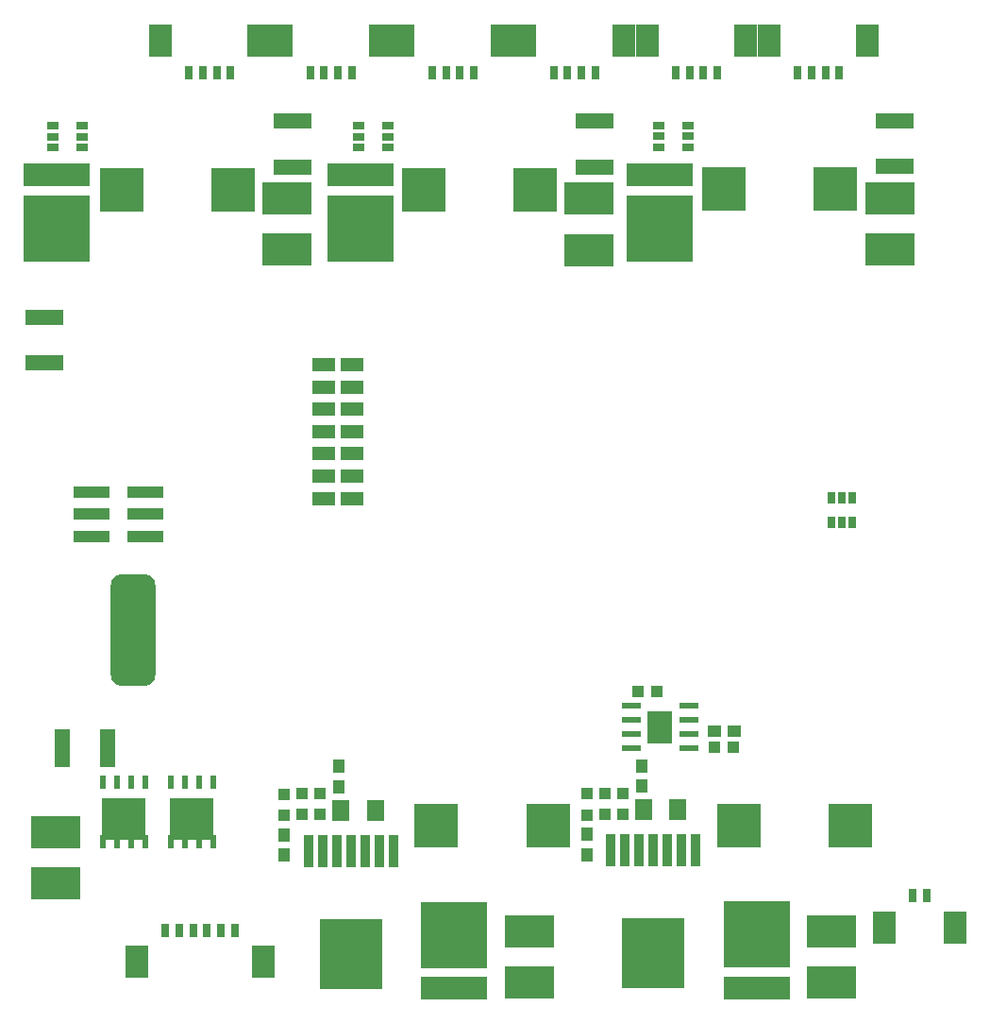
<source format=gtp>
G04 Layer_Color=8421504*
%FSLAX44Y44*%
%MOMM*%
G71*
G01*
G75*
%ADD11R,3.2000X1.0000*%
%ADD12R,2.0000X1.2000*%
%ADD13R,0.8000X1.3000*%
%ADD14R,2.1000X3.0000*%
%ADD15R,0.6500X1.0500*%
%ADD16R,5.6000X6.3500*%
%ADD17R,0.9100X3.0000*%
%ADD18R,3.5000X1.4000*%
%ADD19R,1.1000X1.1000*%
%ADD20R,1.0000X0.7000*%
%ADD21R,4.0000X4.0000*%
%ADD22R,6.0000X6.0000*%
%ADD23R,6.0000X2.0000*%
%ADD24R,4.5000X3.0000*%
G04:AMPARAMS|DCode=25|XSize=4mm|YSize=10mm|CornerRadius=1mm|HoleSize=0mm|Usage=FLASHONLY|Rotation=0.000|XOffset=0mm|YOffset=0mm|HoleType=Round|Shape=RoundedRectangle|*
%AMROUNDEDRECTD25*
21,1,4.0000,8.0000,0,0,0.0*
21,1,2.0000,10.0000,0,0,0.0*
1,1,2.0000,1.0000,-4.0000*
1,1,2.0000,-1.0000,-4.0000*
1,1,2.0000,-1.0000,4.0000*
1,1,2.0000,1.0000,4.0000*
%
%ADD25ROUNDEDRECTD25*%
%ADD26R,1.5000X1.9000*%
%ADD27R,0.6100X1.2700*%
%ADD28R,3.9100X3.7500*%
%ADD29R,1.2000X1.1000*%
%ADD30R,1.7500X0.6000*%
%ADD32R,1.0000X1.1000*%
%ADD33R,1.4000X3.5000*%
%ADD34R,1.1000X1.2000*%
%ADD232R,2.2500X3.0000*%
D11*
X22000Y415000D02*
D03*
X70000D02*
D03*
X22000Y395000D02*
D03*
X70000D02*
D03*
X22000Y375000D02*
D03*
X70000D02*
D03*
D12*
X255750Y409000D02*
D03*
X230750D02*
D03*
X255750Y429000D02*
D03*
X230750D02*
D03*
X255750Y449000D02*
D03*
X230750D02*
D03*
X255750Y469000D02*
D03*
X230750D02*
D03*
X255750Y489000D02*
D03*
X230750D02*
D03*
X255750Y509000D02*
D03*
X230750D02*
D03*
X255750Y529000D02*
D03*
X230750D02*
D03*
D13*
X758750Y53000D02*
D03*
X771250D02*
D03*
X125750Y22000D02*
D03*
X113250D02*
D03*
X100750D02*
D03*
X88250D02*
D03*
X138250D02*
D03*
X150750D02*
D03*
X109250Y790700D02*
D03*
X121750D02*
D03*
X134250D02*
D03*
X146750D02*
D03*
X365000D02*
D03*
X352500D02*
D03*
X340000D02*
D03*
X327500D02*
D03*
X436500D02*
D03*
X449000D02*
D03*
X461500D02*
D03*
X474000D02*
D03*
X255750D02*
D03*
X243250D02*
D03*
X230750D02*
D03*
X218250D02*
D03*
X545999Y790700D02*
D03*
X558499D02*
D03*
X570999D02*
D03*
X583499D02*
D03*
X693000Y790750D02*
D03*
X680500D02*
D03*
X668000D02*
D03*
X655500D02*
D03*
D14*
X733390Y24620D02*
D03*
X796890D02*
D03*
X62890Y-6380D02*
D03*
X176390D02*
D03*
X83610Y819080D02*
D03*
X172110D02*
D03*
X390360D02*
D03*
X301860D02*
D03*
X410860D02*
D03*
X499360D02*
D03*
X281110D02*
D03*
X192610D02*
D03*
X520359Y819080D02*
D03*
X608859D02*
D03*
X718360Y819130D02*
D03*
X629860D02*
D03*
D15*
X685750Y387500D02*
D03*
X695250D02*
D03*
X704750D02*
D03*
Y410000D02*
D03*
X695250D02*
D03*
X685750D02*
D03*
D16*
X254700Y900D02*
D03*
X526200Y1150D02*
D03*
D17*
X216600Y93150D02*
D03*
X229300D02*
D03*
X242000D02*
D03*
X254700D02*
D03*
X267400D02*
D03*
X280100D02*
D03*
X292800D02*
D03*
X564300Y93400D02*
D03*
X551600D02*
D03*
X538900D02*
D03*
X526200D02*
D03*
X513500D02*
D03*
X500800D02*
D03*
X488100D02*
D03*
D18*
X-20500Y571500D02*
D03*
Y530500D02*
D03*
X473570Y706310D02*
D03*
Y747310D02*
D03*
X202090Y747330D02*
D03*
Y706330D02*
D03*
X742910Y747540D02*
D03*
Y706540D02*
D03*
D19*
X227100Y144650D02*
D03*
Y125650D02*
D03*
X195000Y125000D02*
D03*
Y144000D02*
D03*
X482600Y144900D02*
D03*
Y125900D02*
D03*
X211100Y144650D02*
D03*
Y125650D02*
D03*
X498600Y144900D02*
D03*
Y125900D02*
D03*
X466500Y125250D02*
D03*
Y144250D02*
D03*
D20*
X13750Y723750D02*
D03*
Y733250D02*
D03*
Y742750D02*
D03*
X-12250Y742750D02*
D03*
Y733250D02*
D03*
Y723750D02*
D03*
X261750Y723750D02*
D03*
Y733250D02*
D03*
Y742750D02*
D03*
X287750Y742750D02*
D03*
Y733250D02*
D03*
Y723750D02*
D03*
X557000Y724000D02*
D03*
Y733500D02*
D03*
Y743000D02*
D03*
X531000Y743000D02*
D03*
Y733500D02*
D03*
Y724000D02*
D03*
D21*
X148740Y685880D02*
D03*
X48740D02*
D03*
X431500Y115500D02*
D03*
X331500D02*
D03*
X689560Y686090D02*
D03*
X589560D02*
D03*
X320220Y685860D02*
D03*
X420220D02*
D03*
X602500Y115500D02*
D03*
X702500D02*
D03*
D22*
X-8910Y650730D02*
D03*
X347500Y17950D02*
D03*
X532000Y650900D02*
D03*
X263000D02*
D03*
X619000Y18200D02*
D03*
D23*
X-8910Y698830D02*
D03*
X347500Y-30150D02*
D03*
X532000Y699000D02*
D03*
X263000D02*
D03*
X619000Y-29900D02*
D03*
D24*
X197090Y631830D02*
D03*
Y677830D02*
D03*
X686200Y-24900D02*
D03*
Y21100D02*
D03*
X414700Y-25150D02*
D03*
Y20850D02*
D03*
X737910Y632040D02*
D03*
Y678040D02*
D03*
X468570Y631810D02*
D03*
Y677810D02*
D03*
X-10500Y64000D02*
D03*
Y110000D02*
D03*
D25*
X59480Y290660D02*
D03*
D26*
X517000Y130000D02*
D03*
X548000D02*
D03*
X245500Y129750D02*
D03*
X276500D02*
D03*
D27*
X131000Y155000D02*
D03*
X118300D02*
D03*
X105600D02*
D03*
X92900D02*
D03*
Y101600D02*
D03*
X105600D02*
D03*
X118300D02*
D03*
X131000D02*
D03*
X70000Y155000D02*
D03*
X57300D02*
D03*
X44600D02*
D03*
X31900D02*
D03*
Y101600D02*
D03*
X44600D02*
D03*
X57300D02*
D03*
X70000D02*
D03*
D28*
X111950Y121700D02*
D03*
X50950D02*
D03*
D29*
X598500Y200500D02*
D03*
X580500D02*
D03*
D30*
X506000Y223050D02*
D03*
Y210350D02*
D03*
Y197650D02*
D03*
Y184950D02*
D03*
X558000Y223050D02*
D03*
Y210350D02*
D03*
Y197650D02*
D03*
Y184950D02*
D03*
D32*
X528999Y236000D02*
D03*
X511999D02*
D03*
X597499Y186000D02*
D03*
X580499D02*
D03*
D33*
X36500Y185000D02*
D03*
X-4500D02*
D03*
D34*
X466500Y107750D02*
D03*
Y89750D02*
D03*
X195000Y107500D02*
D03*
Y89500D02*
D03*
X515500Y169000D02*
D03*
Y151000D02*
D03*
X244000Y168750D02*
D03*
Y150750D02*
D03*
D232*
X532000Y204000D02*
D03*
M02*

</source>
